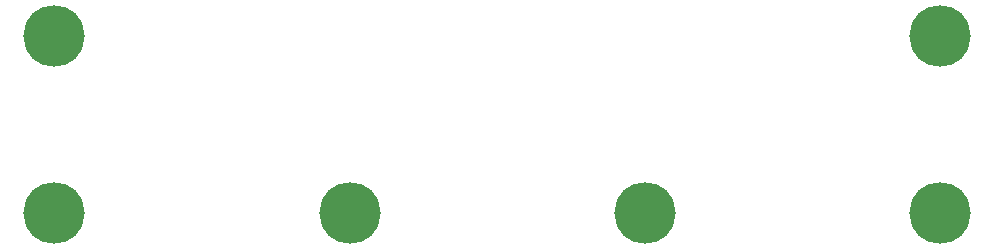
<source format=gbs>
G04*
G04 #@! TF.GenerationSoftware,Altium Limited,Altium Designer,21.4.1 (30)*
G04*
G04 Layer_Color=16711935*
%FSLAX25Y25*%
%MOIN*%
G70*
G04*
G04 #@! TF.SameCoordinates,35213D09-E783-4A94-B544-0D3754CD514C*
G04*
G04*
G04 #@! TF.FilePolarity,Negative*
G04*
G01*
G75*
%ADD15C,0.20485*%
D15*
X314961Y78740D02*
D03*
X19685D02*
D03*
X314961Y19685D02*
D03*
X216535D02*
D03*
X118110D02*
D03*
X19685D02*
D03*
M02*

</source>
